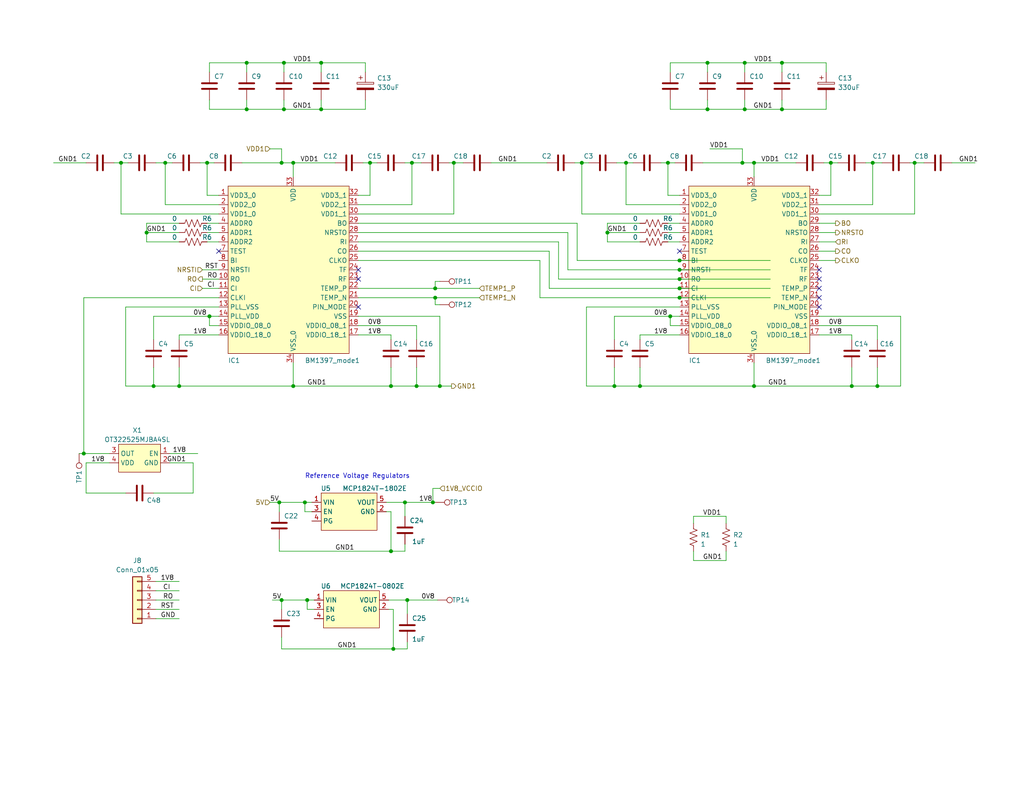
<source format=kicad_sch>
(kicad_sch (version 20230121) (generator eeschema)
  (paper "A")
  (lib_symbols
    (symbol "Connector:TestPoint" (pin_numbers hide) (pin_names (offset 0.762) hide)
      (property "Reference" "TP" (at 0 6.858 0))
      (property "Value" "TestPoint" (at 0 5.08 0))
      (symbol "TestPoint_0_1"
        (circle (center 0 3.302) (radius 0.762))
      )
      (symbol "TestPoint_1_1"
        (pin passive line (at 0 0 90) (length 2.54) (name "1") (number "1"))
      )
    )
    (symbol "Connector_Generic:Conn_01x05" (pin_names (offset 1.016) hide)
      (property "Reference" "J" (at 0 7.62 0))
      (property "Value" "Conn_01x05" (at 0 -7.62 0))
      (symbol "Conn_01x05_1_1"
        (rectangle (start -1.27 -4.953) (end 0 -5.207) (stroke (width 0.1524)))
        (rectangle (start -1.27 -2.413) (end 0 -2.667) (stroke (width 0.1524)))
        (rectangle (start -1.27 0.127) (end 0 -0.127) (stroke (width 0.1524)))
        (rectangle (start -1.27 2.667) (end 0 2.413) (stroke (width 0.1524)))
        (rectangle (start -1.27 5.207) (end 0 4.953) (stroke (width 0.1524)))
        (rectangle (start -1.27 6.35) (end 1.27 -6.35) (stroke (width 0.254)) (fill (type background)))
        (pin passive line (at -5.08 5.08 0) (length 3.81) (name "Pin_1") (number "1"))
        (pin passive line (at -5.08 2.54 0) (length 3.81) (name "Pin_2") (number "2"))
        (pin passive line (at -5.08 0 0) (length 3.81) (name "Pin_3") (number "3"))
        (pin passive line (at -5.08 -2.54 0) (length 3.81) (name "Pin_4") (number "4"))
        (pin passive line (at -5.08 -5.08 0) (length 3.81) (name "Pin_5") (number "5"))
      )
    )
    (symbol "Device:C" (pin_numbers hide) (pin_names (offset 0.254))
      (property "Reference" "C" (at 0.635 2.54 0))
      (property "Value" "C" (at 0.635 -2.54 0))
      (symbol "C_0_1"
        (polyline (pts (xy -2.032 -0.762) (xy 2.032 -0.762)) (stroke (width 0.508)))
        (polyline (pts (xy -2.032 0.762) (xy 2.032 0.762)) (stroke (width 0.508)))
      )
      (symbol "C_1_1"
        (pin passive line (at 0 3.81 270) (length 2.794) (name "~") (number "1"))
        (pin passive line (at 0 -3.81 90) (length 2.794) (name "~") (number "2"))
      )
    )
    (symbol "Device:C_Polarized" (pin_numbers hide) (pin_names (offset 0.254))
      (property "Reference" "C" (at 0.635 2.54 0))
      (property "Value" "C_Polarized" (at 0.635 -2.54 0))
      (symbol "C_Polarized_0_1"
        (rectangle (start -2.286 0.508) (end 2.286 1.016))
        (polyline (pts (xy -1.778 2.286) (xy -0.762 2.286)))
        (polyline (pts (xy -1.27 2.794) (xy -1.27 1.778)))
        (rectangle (start 2.286 -0.508) (end -2.286 -1.016) (fill (type outline)))
      )
      (symbol "C_Polarized_1_1"
        (pin passive line (at 0 3.81 270) (length 2.794) (name "~") (number "1"))
        (pin passive line (at 0 -3.81 90) (length 2.794) (name "~") (number "2"))
      )
    )
    (symbol "Device:R_US" (pin_numbers hide) (pin_names (offset 0))
      (property "Reference" "R" (at 2.54 0 90))
      (property "Value" "R_US" (at -2.54 0 90))
      (symbol "R_US_0_1"
        (polyline (pts (xy 0 -2.286) (xy 0 -2.54)))
        (polyline (pts (xy 0 2.286) (xy 0 2.54)))
        (polyline (pts (xy 0 -0.762) (xy 1.016 -1.143) (xy 0 -1.524) (xy -1.016 -1.905) (xy 0 -2.286)))
        (polyline (pts (xy 0 0.762) (xy 1.016 0.381) (xy 0 0) (xy -1.016 -0.381) (xy 0 -0.762)))
        (polyline (pts (xy 0 2.286) (xy 1.016 1.905) (xy 0 1.524) (xy -1.016 1.143) (xy 0 0.762)))
      )
      (symbol "R_US_1_1"
        (pin passive line (at 0 3.81 270) (length 1.27) (name "~") (number "1"))
        (pin passive line (at 0 -3.81 90) (length 1.27) (name "~") (number "2"))
      )
    )
    (symbol "MCP1824_1"
      (property "Reference" "U" (at -7.62 5.08 0))
      (property "Value" "MCP1824_1" (at 5.08 5.08 0))
      (symbol "MCP1824_1_0_1"
        (rectangle (start -7.62 3.81) (end 7.62 -6.35) (stroke (width 0.1524)) (fill (type background)))
      )
      (symbol "MCP1824_1_1_0"
        (pin bidirectional line (at -10.16 1.27 0) (length 2.54) (name "VIN") (number "1"))
        (pin bidirectional line (at 10.16 -1.27 180) (length 2.54) (name "GND") (number "2"))
        (pin bidirectional line (at -10.16 -1.27 0) (length 2.54) (name "EN") (number "3"))
        (pin bidirectional line (at -10.16 -3.81 0) (length 2.54) (name "PG") (number "4"))
        (pin bidirectional line (at 10.16 1.27 180) (length 2.54) (name "VOUT") (number "5"))
      )
    )
    (symbol "bitaxe:BM1397_mode1"
      (property "Reference" "IC" (at -17.78 17.78 0))
      (property "Value" "BM1397_mode1" (at -17.78 -30.48 0))
      (symbol "BM1397_mode1_1_0"
        (pin bidirectional line (at -20.32 15.24 0) (length 2.54) (name "VDD3_0") (number "1"))
        (pin bidirectional line (at -20.32 -7.62 0) (length 2.54) (name "RO") (number "10"))
        (pin bidirectional line (at -20.32 -10.16 0) (length 2.54) (name "CI") (number "11"))
        (pin bidirectional line (at -20.32 -12.7 0) (length 2.54) (name "CLKI") (number "12"))
        (pin bidirectional line (at -20.32 -15.24 0) (length 2.54) (name "PLL_VSS") (number "13"))
        (pin bidirectional line (at -20.32 -17.78 0) (length 2.54) (name "PLL_VDD") (number "14"))
        (pin bidirectional line (at -20.32 -20.32 0) (length 2.54) (name "VDDIO_08_0") (number "15"))
        (pin bidirectional line (at -20.32 -22.86 0) (length 2.54) (name "VDDIO_18_0") (number "16"))
        (pin bidirectional line (at 17.78 -22.86 180) (length 2.54) (name "VDDIO_18_1") (number "17"))
        (pin bidirectional line (at 17.78 -20.32 180) (length 2.54) (name "VDDIO_08_1") (number "18"))
        (pin bidirectional line (at 17.78 -17.78 180) (length 2.54) (name "VSS") (number "19"))
        (pin bidirectional line (at -20.32 12.7 0) (length 2.54) (name "VDD2_0") (number "2"))
        (pin bidirectional line (at 17.78 -15.24 180) (length 2.54) (name "PIN_MODE") (number "20"))
        (pin bidirectional line (at 17.78 -12.7 180) (length 2.54) (name "TEMP_N") (number "21"))
        (pin bidirectional line (at 17.78 -10.16 180) (length 2.54) (name "TEMP_P") (number "22"))
        (pin bidirectional line (at 17.78 -7.62 180) (length 2.54) (name "RF") (number "23"))
        (pin bidirectional line (at 17.78 -5.08 180) (length 2.54) (name "TF") (number "24"))
        (pin bidirectional line (at 17.78 -2.54 180) (length 2.54) (name "CLKO") (number "25"))
        (pin bidirectional line (at 17.78 0 180) (length 2.54) (name "CO") (number "26"))
        (pin bidirectional line (at 17.78 2.54 180) (length 2.54) (name "RI") (number "27"))
        (pin bidirectional line (at 17.78 5.08 180) (length 2.54) (name "NRSTO") (number "28"))
        (pin bidirectional line (at 17.78 7.62 180) (length 2.54) (name "BO") (number "29"))
        (pin bidirectional line (at -20.32 10.16 0) (length 2.54) (name "VDD1_0") (number "3"))
        (pin bidirectional line (at 17.78 10.16 180) (length 2.54) (name "VDD1_1") (number "30"))
        (pin bidirectional line (at 17.78 12.7 180) (length 2.54) (name "VDD2_1") (number "31"))
        (pin bidirectional line (at 17.78 15.24 180) (length 2.54) (name "VDD3_1") (number "32"))
        (pin bidirectional line (at 0 20.32 270) (length 2.54) (name "VDD") (number "33"))
        (pin bidirectional line (at 0 -30.48 90) (length 2.54) (name "VSS_0") (number "34"))
        (pin bidirectional line (at -20.32 7.62 0) (length 2.54) (name "ADDR0") (number "4"))
        (pin bidirectional line (at -20.32 5.08 0) (length 2.54) (name "ADDR1") (number "5"))
        (pin bidirectional line (at -20.32 2.54 0) (length 2.54) (name "ADDR2") (number "6"))
        (pin bidirectional line (at -20.32 0 0) (length 2.54) (name "TEST") (number "7"))
        (pin bidirectional line (at -20.32 -2.54 0) (length 2.54) (name "BI") (number "8"))
        (pin bidirectional line (at -20.32 -5.08 0) (length 2.54) (name "NRSTI") (number "9"))
      )
      (symbol "BM1397_mode1_1_1"
        (rectangle (start -17.78 17.78) (end 15.24 -27.94) (stroke (width 0.1524)) (fill (type background)))
      )
    )
    (symbol "bitaxe:MCP1824"
      (property "Reference" "U" (at -7.62 5.08 0))
      (property "Value" "MCP1824" (at 5.08 5.08 0))
      (symbol "MCP1824_0_1"
        (rectangle (start -7.62 3.81) (end 7.62 -6.35) (stroke (width 0.1524)) (fill (type background)))
      )
      (symbol "MCP1824_1_0"
        (pin bidirectional line (at -10.16 1.27 0) (length 2.54) (name "VIN") (number "1"))
        (pin bidirectional line (at 10.16 -1.27 180) (length 2.54) (name "GND") (number "2"))
        (pin bidirectional line (at -10.16 -1.27 0) (length 2.54) (name "EN") (number "3"))
        (pin bidirectional line (at -10.16 -3.81 0) (length 2.54) (name "PG") (number "4"))
        (pin bidirectional line (at 10.16 1.27 180) (length 2.54) (name "VOUT") (number "5"))
      )
    )
    (symbol "lcsc:OT322525MJBA4SL"
      (property "Reference" "X" (at -1.27 5.08 0))
      (property "Value" "OT322525MJBA4SL" (at 0 -6.35 0))
      (symbol "OT322525MJBA4SL_0_1"
        (rectangle (start -6.35 3.81) (end 5.08 -3.81) (fill (type background)))
        (pin unspecified line (at -8.89 1.27 0) (length 2.54) (name "EN") (number "1"))
        (pin unspecified line (at -8.89 -1.27 0) (length 2.54) (name "GND") (number "2"))
        (pin unspecified line (at 7.62 1.27 180) (length 2.54) (name "OUT") (number "3"))
        (pin unspecified line (at 7.62 -1.27 180) (length 2.54) (name "VDD") (number "4"))
      )
    )
  )
  (junction (at 76.835 44.45))
  (junction (at 193.04 29.845) (diameter 0.9144))
  (junction (at 76.2 137.16) (diameter 0.9144))
  (junction (at 205.74 105.41))
  (junction (at 165.735 63.5))
  (junction (at 41.91 105.41))
  (junction (at 113.665 105.41))
  (junction (at 123.825 44.45))
  (junction (at 170.815 44.45))
  (junction (at 76.835 163.83) (diameter 0.9144))
  (junction (at 185.42 78.74))
  (junction (at 118.745 81.28))
  (junction (at 48.895 105.41))
  (junction (at 106.68 150.495) (diameter 0.9144))
  (junction (at 158.75 44.45))
  (junction (at 238.125 44.45))
  (junction (at 120.015 105.41))
  (junction (at 185.42 76.2))
  (junction (at 57.15 86.36))
  (junction (at 40.005 63.5))
  (junction (at 87.63 17.145))
  (junction (at 203.2 17.145) (diameter 0.9144))
  (junction (at 45.085 44.45))
  (junction (at 118.745 78.74))
  (junction (at 56.515 44.45))
  (junction (at 87.63 29.845))
  (junction (at 33.02 44.45))
  (junction (at 213.36 29.845))
  (junction (at 185.42 73.66))
  (junction (at 100.965 44.45))
  (junction (at 83.82 163.83))
  (junction (at 118.11 137.16))
  (junction (at 167.64 105.41))
  (junction (at 249.555 44.45))
  (junction (at 80.01 44.45))
  (junction (at 67.31 29.845) (diameter 0.9144))
  (junction (at 83.185 137.16))
  (junction (at 205.74 44.45))
  (junction (at 111.125 163.83) (diameter 0.9144))
  (junction (at 239.395 105.41))
  (junction (at 110.49 137.16) (diameter 0.9144))
  (junction (at 193.04 17.145) (diameter 0.9144))
  (junction (at 185.42 71.12))
  (junction (at 182.245 44.45))
  (junction (at 67.31 17.145) (diameter 0.9144))
  (junction (at 185.42 81.28))
  (junction (at 106.68 105.41))
  (junction (at 107.315 177.165) (diameter 0.9144))
  (junction (at 232.41 105.41))
  (junction (at 202.565 44.45))
  (junction (at 22.86 123.825))
  (junction (at 80.01 105.41))
  (junction (at 203.2 29.845) (diameter 0.9144))
  (junction (at 77.47 29.845) (diameter 0.9144))
  (junction (at 174.625 105.41))
  (junction (at 213.36 17.145))
  (junction (at 226.695 44.45))
  (junction (at 112.395 44.45))
  (junction (at 77.47 17.145) (diameter 0.9144))
  (junction (at 182.88 86.36))
  (no_connect (at 223.52 78.74))
  (no_connect (at 223.52 73.66))
  (no_connect (at 185.42 68.58))
  (no_connect (at 97.79 76.2))
  (no_connect (at 59.69 68.58))
  (no_connect (at 97.79 83.82))
  (no_connect (at 223.52 83.82))
  (no_connect (at 223.52 81.28))
  (no_connect (at 97.79 73.66))
  (no_connect (at 223.52 76.2))
  (wire (pts (xy 77.47 19.685) (xy 77.47 17.145)))
  (wire (pts (xy 223.52 55.88) (xy 238.125 55.88)))
  (wire (pts (xy 76.2 147.32) (xy 76.2 150.495)))
  (wire (pts (xy 66.04 44.45) (xy 76.835 44.45)))
  (wire (pts (xy 157.48 71.12) (xy 157.48 60.96)))
  (wire (pts (xy 123.825 44.45) (xy 126.365 44.45)))
  (wire (pts (xy 22.86 81.28) (xy 59.69 81.28)))
  (wire (pts (xy 107.315 166.37) (xy 107.315 177.165)))
  (wire (pts (xy 22.86 123.825) (xy 21.59 123.825)))
  (wire (pts (xy 111.125 177.165) (xy 107.315 177.165)))
  (wire (pts (xy 249.555 44.45) (xy 252.095 44.45)))
  (wire (pts (xy 170.815 55.88) (xy 170.815 44.45)))
  (wire (pts (xy 223.52 71.12) (xy 227.965 71.12)))
  (wire (pts (xy 23.495 134.62) (xy 23.495 126.365)))
  (wire (pts (xy 83.185 137.16) (xy 85.09 137.16)))
  (wire (pts (xy 77.47 27.305) (xy 77.47 29.845)))
  (wire (pts (xy 182.245 63.5) (xy 185.42 63.5)))
  (wire (pts (xy 245.745 86.36) (xy 223.52 86.36)))
  (wire (pts (xy 91.44 44.45) (xy 80.01 44.45)))
  (wire (pts (xy 77.47 17.145) (xy 87.63 17.145)))
  (wire (pts (xy 174.625 105.41) (xy 205.74 105.41)))
  (wire (pts (xy 238.125 55.88) (xy 238.125 44.45)))
  (wire (pts (xy 118.745 76.835) (xy 118.745 78.74)))
  (wire (pts (xy 213.36 29.845) (xy 225.425 29.845)))
  (wire (pts (xy 41.91 100.33) (xy 41.91 105.41)))
  (wire (pts (xy 73.66 137.16) (xy 76.2 137.16)))
  (wire (pts (xy 23.495 126.365) (xy 29.845 126.365)))
  (wire (pts (xy 110.49 137.16) (xy 110.49 140.97)))
  (wire (pts (xy 189.23 142.875) (xy 189.23 140.97)))
  (wire (pts (xy 223.52 91.44) (xy 232.41 91.44)))
  (wire (pts (xy 223.52 68.58) (xy 227.965 68.58)))
  (wire (pts (xy 34.29 134.62) (xy 23.495 134.62)))
  (wire (pts (xy 105.41 137.16) (xy 110.49 137.16)))
  (wire (pts (xy 87.63 29.845) (xy 99.695 29.845)))
  (wire (pts (xy 107.315 177.165) (xy 76.835 177.165)))
  (wire (pts (xy 193.04 29.845) (xy 203.2 29.845)))
  (wire (pts (xy 223.52 88.9) (xy 239.395 88.9)))
  (wire (pts (xy 55.245 76.2) (xy 59.69 76.2)))
  (wire (pts (xy 238.125 44.45) (xy 240.665 44.45)))
  (wire (pts (xy 167.64 105.41) (xy 174.625 105.41)))
  (wire (pts (xy 232.41 91.44) (xy 232.41 92.71)))
  (wire (pts (xy 48.895 100.33) (xy 48.895 105.41)))
  (wire (pts (xy 80.01 105.41) (xy 80.01 99.06)))
  (wire (pts (xy 45.085 44.45) (xy 46.99 44.45)))
  (wire (pts (xy 160.02 105.41) (xy 167.64 105.41)))
  (wire (pts (xy 42.545 44.45) (xy 45.085 44.45)))
  (wire (pts (xy 97.79 63.5) (xy 154.94 63.5)))
  (wire (pts (xy 110.49 150.495) (xy 106.68 150.495)))
  (wire (pts (xy 182.245 44.45) (xy 184.15 44.45)))
  (wire (pts (xy 113.665 100.33) (xy 113.665 105.41)))
  (wire (pts (xy 185.42 76.2) (xy 210.185 76.2)))
  (wire (pts (xy 100.965 44.45) (xy 102.87 44.45)))
  (wire (pts (xy 54.61 44.45) (xy 56.515 44.45)))
  (wire (pts (xy 56.515 44.45) (xy 56.515 53.34)))
  (wire (pts (xy 97.79 58.42) (xy 123.825 58.42)))
  (wire (pts (xy 249.555 58.42) (xy 249.555 44.45)))
  (wire (pts (xy 118.745 81.28) (xy 130.81 81.28)))
  (wire (pts (xy 99.695 27.305) (xy 99.695 29.845)))
  (wire (pts (xy 147.32 81.28) (xy 185.42 81.28)))
  (wire (pts (xy 213.36 17.145) (xy 225.425 17.145)))
  (wire (pts (xy 152.4 76.2) (xy 185.42 76.2)))
  (wire (pts (xy 14.605 44.45) (xy 23.495 44.45)))
  (wire (pts (xy 112.395 44.45) (xy 114.935 44.45)))
  (wire (pts (xy 223.52 53.34) (xy 226.695 53.34)))
  (wire (pts (xy 83.185 139.7) (xy 83.185 137.16)))
  (wire (pts (xy 167.64 92.71) (xy 167.64 86.36)))
  (wire (pts (xy 149.86 78.74) (xy 185.42 78.74)))
  (wire (pts (xy 182.88 27.305) (xy 182.88 29.845)))
  (wire (pts (xy 120.015 133.35) (xy 118.11 133.35)))
  (wire (pts (xy 59.69 53.34) (xy 56.515 53.34)))
  (wire (pts (xy 160.02 83.82) (xy 160.02 105.41)))
  (wire (pts (xy 154.94 73.66) (xy 185.42 73.66)))
  (wire (pts (xy 185.42 73.66) (xy 210.185 73.66)))
  (wire (pts (xy 158.75 44.45) (xy 160.655 44.45)))
  (wire (pts (xy 83.82 166.37) (xy 85.725 166.37)))
  (wire (pts (xy 191.77 44.45) (xy 202.565 44.45)))
  (wire (pts (xy 213.36 27.305) (xy 213.36 29.845)))
  (wire (pts (xy 182.88 86.36) (xy 185.42 86.36)))
  (wire (pts (xy 42.545 168.91) (xy 48.895 168.91)))
  (wire (pts (xy 133.985 44.45) (xy 149.225 44.45)))
  (wire (pts (xy 83.185 139.7) (xy 85.09 139.7)))
  (wire (pts (xy 205.74 105.41) (xy 205.74 99.06)))
  (wire (pts (xy 87.63 27.305) (xy 87.63 29.845)))
  (wire (pts (xy 67.31 17.145) (xy 77.47 17.145)))
  (wire (pts (xy 110.49 44.45) (xy 112.395 44.45)))
  (wire (pts (xy 53.975 123.825) (xy 46.355 123.825)))
  (wire (pts (xy 67.31 27.305) (xy 67.31 29.845)))
  (wire (pts (xy 42.545 166.37) (xy 48.895 166.37)))
  (wire (pts (xy 110.49 148.59) (xy 110.49 150.495)))
  (wire (pts (xy 97.79 71.12) (xy 147.32 71.12)))
  (wire (pts (xy 40.005 63.5) (xy 40.005 66.04)))
  (wire (pts (xy 165.735 66.04) (xy 174.625 66.04)))
  (wire (pts (xy 120.015 105.41) (xy 120.015 86.36)))
  (wire (pts (xy 99.695 19.685) (xy 99.695 17.145)))
  (wire (pts (xy 112.395 55.88) (xy 112.395 44.45)))
  (wire (pts (xy 100.965 53.34) (xy 100.965 44.45)))
  (wire (pts (xy 180.34 44.45) (xy 182.245 44.45)))
  (wire (pts (xy 67.31 19.685) (xy 67.31 17.145)))
  (wire (pts (xy 113.665 88.9) (xy 113.665 92.71)))
  (wire (pts (xy 225.425 19.685) (xy 225.425 17.145)))
  (wire (pts (xy 40.005 66.04) (xy 48.895 66.04)))
  (wire (pts (xy 57.15 27.305) (xy 57.15 29.845)))
  (wire (pts (xy 174.625 60.96) (xy 165.735 60.96)))
  (wire (pts (xy 185.42 55.88) (xy 170.815 55.88)))
  (wire (pts (xy 45.085 55.88) (xy 45.085 44.45)))
  (wire (pts (xy 202.565 44.45) (xy 205.74 44.45)))
  (wire (pts (xy 118.745 83.185) (xy 118.745 81.28)))
  (wire (pts (xy 122.555 44.45) (xy 123.825 44.45)))
  (wire (pts (xy 152.4 76.2) (xy 152.4 66.04)))
  (wire (pts (xy 41.91 105.41) (xy 48.895 105.41)))
  (wire (pts (xy 198.12 150.495) (xy 198.12 153.035)))
  (wire (pts (xy 223.52 63.5) (xy 227.965 63.5)))
  (wire (pts (xy 83.82 166.37) (xy 83.82 163.83)))
  (wire (pts (xy 158.75 58.42) (xy 158.75 44.45)))
  (wire (pts (xy 48.895 92.71) (xy 48.895 91.44)))
  (wire (pts (xy 182.245 44.45) (xy 182.245 53.34)))
  (wire (pts (xy 182.245 60.96) (xy 185.42 60.96)))
  (wire (pts (xy 99.06 44.45) (xy 100.965 44.45)))
  (wire (pts (xy 97.79 55.88) (xy 112.395 55.88)))
  (wire (pts (xy 34.29 83.82) (xy 34.29 105.41)))
  (wire (pts (xy 48.895 105.41) (xy 80.01 105.41)))
  (wire (pts (xy 185.42 71.12) (xy 210.185 71.12)))
  (wire (pts (xy 67.31 29.845) (xy 57.15 29.845)))
  (wire (pts (xy 193.04 27.305) (xy 193.04 29.845)))
  (wire (pts (xy 239.395 100.33) (xy 239.395 105.41)))
  (wire (pts (xy 106.68 139.7) (xy 105.41 139.7)))
  (wire (pts (xy 55.245 78.74) (xy 59.69 78.74)))
  (wire (pts (xy 223.52 58.42) (xy 249.555 58.42)))
  (wire (pts (xy 185.42 78.74) (xy 210.185 78.74)))
  (wire (pts (xy 97.79 53.34) (xy 100.965 53.34)))
  (wire (pts (xy 40.005 63.5) (xy 48.895 63.5)))
  (wire (pts (xy 41.91 92.71) (xy 41.91 86.36)))
  (wire (pts (xy 56.515 63.5) (xy 59.69 63.5)))
  (wire (pts (xy 203.2 19.685) (xy 203.2 17.145)))
  (wire (pts (xy 189.23 153.035) (xy 189.23 150.495)))
  (wire (pts (xy 193.675 40.64) (xy 202.565 40.64)))
  (wire (pts (xy 223.52 66.04) (xy 227.965 66.04)))
  (wire (pts (xy 52.705 126.365) (xy 52.705 134.62)))
  (wire (pts (xy 97.79 60.96) (xy 157.48 60.96)))
  (wire (pts (xy 182.88 17.145) (xy 193.04 17.145)))
  (wire (pts (xy 203.2 17.145) (xy 213.36 17.145)))
  (wire (pts (xy 154.94 63.5) (xy 154.94 73.66)))
  (wire (pts (xy 170.815 44.45) (xy 172.72 44.45)))
  (wire (pts (xy 87.63 29.845) (xy 77.47 29.845)))
  (wire (pts (xy 42.545 158.75) (xy 48.895 158.75)))
  (wire (pts (xy 76.2 137.16) (xy 83.185 137.16)))
  (wire (pts (xy 76.2 137.16) (xy 76.2 139.7)))
  (wire (pts (xy 198.12 140.97) (xy 198.12 142.875)))
  (wire (pts (xy 87.63 19.685) (xy 87.63 17.145)))
  (wire (pts (xy 73.66 40.64) (xy 76.835 40.64)))
  (wire (pts (xy 185.42 88.9) (xy 182.88 88.9)))
  (wire (pts (xy 33.02 44.45) (xy 34.925 44.45)))
  (wire (pts (xy 232.41 100.33) (xy 232.41 105.41)))
  (wire (pts (xy 165.735 63.5) (xy 165.735 66.04)))
  (wire (pts (xy 48.895 60.96) (xy 40.005 60.96)))
  (wire (pts (xy 46.355 126.365) (xy 52.705 126.365)))
  (wire (pts (xy 57.15 86.36) (xy 59.69 86.36)))
  (wire (pts (xy 97.79 78.74) (xy 118.745 78.74)))
  (wire (pts (xy 198.12 153.035) (xy 189.23 153.035)))
  (wire (pts (xy 123.825 58.42) (xy 123.825 44.45)))
  (wire (pts (xy 182.88 19.685) (xy 182.88 17.145)))
  (wire (pts (xy 56.515 44.45) (xy 58.42 44.45)))
  (wire (pts (xy 106.68 139.7) (xy 106.68 150.495)))
  (wire (pts (xy 239.395 105.41) (xy 245.745 105.41)))
  (wire (pts (xy 174.625 92.71) (xy 174.625 91.44)))
  (wire (pts (xy 29.845 123.825) (xy 22.86 123.825)))
  (wire (pts (xy 193.04 19.685) (xy 193.04 17.145)))
  (wire (pts (xy 174.625 100.33) (xy 174.625 105.41)))
  (wire (pts (xy 110.49 137.16) (xy 118.11 137.16)))
  (wire (pts (xy 168.275 44.45) (xy 170.815 44.45)))
  (wire (pts (xy 213.36 19.685) (xy 213.36 17.145)))
  (wire (pts (xy 185.42 81.28) (xy 210.185 81.28)))
  (wire (pts (xy 149.86 68.58) (xy 149.86 78.74)))
  (wire (pts (xy 76.835 163.83) (xy 76.835 166.37)))
  (wire (pts (xy 34.29 83.82) (xy 59.69 83.82)))
  (wire (pts (xy 80.01 105.41) (xy 106.68 105.41)))
  (wire (pts (xy 147.32 81.28) (xy 147.32 71.12)))
  (wire (pts (xy 48.895 91.44) (xy 59.69 91.44)))
  (wire (pts (xy 41.91 86.36) (xy 57.15 86.36)))
  (wire (pts (xy 57.15 19.685) (xy 57.15 17.145)))
  (wire (pts (xy 76.835 44.45) (xy 80.01 44.45)))
  (wire (pts (xy 34.29 105.41) (xy 41.91 105.41)))
  (wire (pts (xy 120.015 83.185) (xy 118.745 83.185)))
  (wire (pts (xy 193.04 17.145) (xy 203.2 17.145)))
  (wire (pts (xy 59.69 55.88) (xy 45.085 55.88)))
  (wire (pts (xy 57.15 88.9) (xy 57.15 86.36)))
  (wire (pts (xy 224.79 44.45) (xy 226.695 44.45)))
  (wire (pts (xy 56.515 66.04) (xy 59.69 66.04)))
  (wire (pts (xy 236.22 44.45) (xy 238.125 44.45)))
  (wire (pts (xy 52.705 134.62) (xy 41.91 134.62)))
  (wire (pts (xy 232.41 105.41) (xy 239.395 105.41)))
  (wire (pts (xy 118.745 78.74) (xy 130.81 78.74)))
  (wire (pts (xy 157.48 71.12) (xy 185.42 71.12)))
  (wire (pts (xy 59.69 88.9) (xy 57.15 88.9)))
  (wire (pts (xy 165.735 63.5) (xy 174.625 63.5)))
  (wire (pts (xy 205.74 44.45) (xy 205.74 48.26)))
  (wire (pts (xy 217.17 44.45) (xy 205.74 44.45)))
  (wire (pts (xy 106.68 91.44) (xy 106.68 92.71)))
  (wire (pts (xy 67.31 29.845) (xy 77.47 29.845)))
  (wire (pts (xy 76.2 150.495) (xy 106.68 150.495)))
  (wire (pts (xy 185.42 58.42) (xy 158.75 58.42)))
  (wire (pts (xy 74.295 163.83) (xy 76.835 163.83)))
  (wire (pts (xy 193.04 29.845) (xy 182.88 29.845)))
  (wire (pts (xy 213.36 29.845) (xy 203.2 29.845)))
  (wire (pts (xy 182.88 88.9) (xy 182.88 86.36)))
  (wire (pts (xy 248.285 44.45) (xy 249.555 44.45)))
  (wire (pts (xy 111.125 163.83) (xy 119.38 163.83)))
  (wire (pts (xy 106.68 105.41) (xy 113.665 105.41)))
  (wire (pts (xy 97.79 88.9) (xy 113.665 88.9)))
  (wire (pts (xy 59.69 58.42) (xy 33.02 58.42)))
  (wire (pts (xy 22.86 81.28) (xy 22.86 123.825)))
  (wire (pts (xy 80.01 44.45) (xy 80.01 48.26)))
  (wire (pts (xy 167.64 100.33) (xy 167.64 105.41)))
  (wire (pts (xy 120.015 76.835) (xy 118.745 76.835)))
  (wire (pts (xy 174.625 91.44) (xy 185.42 91.44)))
  (wire (pts (xy 226.695 53.34) (xy 226.695 44.45)))
  (wire (pts (xy 203.2 27.305) (xy 203.2 29.845)))
  (wire (pts (xy 76.835 173.99) (xy 76.835 177.165)))
  (wire (pts (xy 83.82 163.83) (xy 85.725 163.83)))
  (wire (pts (xy 118.11 137.16) (xy 118.745 137.16)))
  (wire (pts (xy 111.125 163.83) (xy 111.125 167.64)))
  (wire (pts (xy 118.11 133.35) (xy 118.11 137.16)))
  (wire (pts (xy 97.79 81.28) (xy 118.745 81.28)))
  (wire (pts (xy 205.74 105.41) (xy 232.41 105.41)))
  (wire (pts (xy 160.02 83.82) (xy 185.42 83.82)))
  (wire (pts (xy 55.245 73.66) (xy 59.69 73.66)))
  (wire (pts (xy 56.515 60.96) (xy 59.69 60.96)))
  (wire (pts (xy 97.79 91.44) (xy 106.68 91.44)))
  (wire (pts (xy 113.665 105.41) (xy 120.015 105.41)))
  (wire (pts (xy 107.315 166.37) (xy 106.045 166.37)))
  (wire (pts (xy 120.015 105.41) (xy 123.19 105.41)))
  (wire (pts (xy 259.715 44.45) (xy 266.065 44.45)))
  (wire (pts (xy 106.68 100.33) (xy 106.68 105.41)))
  (wire (pts (xy 87.63 17.145) (xy 99.695 17.145)))
  (wire (pts (xy 202.565 40.64) (xy 202.565 44.45)))
  (wire (pts (xy 156.845 44.45) (xy 158.75 44.45)))
  (wire (pts (xy 57.15 17.145) (xy 67.31 17.145)))
  (wire (pts (xy 42.545 163.83) (xy 48.895 163.83)))
  (wire (pts (xy 111.125 175.26) (xy 111.125 177.165)))
  (wire (pts (xy 165.735 60.96) (xy 165.735 63.5)))
  (wire (pts (xy 31.115 44.45) (xy 33.02 44.45)))
  (wire (pts (xy 245.745 105.41) (xy 245.745 86.36)))
  (wire (pts (xy 185.42 53.34) (xy 182.245 53.34)))
  (wire (pts (xy 226.695 44.45) (xy 228.6 44.45)))
  (wire (pts (xy 42.545 161.29) (xy 48.895 161.29)))
  (wire (pts (xy 239.395 88.9) (xy 239.395 92.71)))
  (wire (pts (xy 120.015 86.36) (xy 97.79 86.36)))
  (wire (pts (xy 76.835 163.83) (xy 83.82 163.83)))
  (wire (pts (xy 167.64 86.36) (xy 182.88 86.36)))
  (wire (pts (xy 97.79 66.04) (xy 152.4 66.04)))
  (wire (pts (xy 33.02 58.42) (xy 33.02 44.45)))
  (wire (pts (xy 97.79 68.58) (xy 149.86 68.58)))
  (wire (pts (xy 40.005 60.96) (xy 40.005 63.5)))
  (wire (pts (xy 189.23 140.97) (xy 198.12 140.97)))
  (wire (pts (xy 223.52 60.96) (xy 227.965 60.96)))
  (wire (pts (xy 76.835 40.64) (xy 76.835 44.45)))
  (wire (pts (xy 106.045 163.83) (xy 111.125 163.83)))
  (wire (pts (xy 225.425 27.305) (xy 225.425 29.845)))
  (wire (pts (xy 182.245 66.04) (xy 185.42 66.04)))
  (text "Reference Voltage Regulators" (at 83.185 130.81 0) (effects (font (size 1.27 1.27)) (justify left bottom)))
  (label "CI" (at 44.45 161.29 0))
  (label "1V8" (at 178.435 91.44 0))
  (label "0V8" (at 226.06 88.9 0))
  (label "0V8" (at 52.705 86.36 0))
  (label "CI" (at 56.515 78.74 0))
  (label "RST" (at 55.88 73.66 0))
  (label "1V8" (at 114.3 137.16 0))
  (label "GND" (at 43.815 168.91 0))
  (label "VDD1" (at 80.01 17.145 0))
  (label "0V8" (at 100.33 88.9 0))
  (label "1V8" (at 226.06 91.44 0))
  (label "GND1" (at 165.735 63.5 0))
  (label "RST" (at 43.815 166.37 0))
  (label "RO" (at 44.45 163.83 0))
  (label "VDD1" (at 207.645 44.45 0))
  (label "GND1" (at 91.44 150.495 0))
  (label "GND1" (at 92.075 177.165 0))
  (label "1V8" (at 100.33 91.44 0))
  (label "1V8" (at 43.815 158.75 0))
  (label "GND1" (at 191.77 153.035 0))
  (label "0V8" (at 178.435 86.36 0))
  (label "VDD1" (at 191.77 140.97 0))
  (label "5V" (at 74.295 163.83 0))
  (label "GND1" (at 40.005 63.5 0))
  (label "GND1" (at 15.875 44.45 0))
  (label "GND1" (at 85.09 29.845 180))
  (label "VDD1" (at 193.675 40.64 0))
  (label "1V8" (at 52.705 91.44 0))
  (label "GND1" (at 261.62 44.45 0))
  (label "GND1" (at 209.55 105.41 0))
  (label "GND1" (at 83.82 105.41 0))
  (label "1V8" (at 50.8 123.825 180))
  (label "VDD1" (at 81.915 44.45 0))
  (label "RO" (at 56.515 76.2 0))
  (label "GND1" (at 50.8 126.365 180))
  (label "5V" (at 73.66 137.16 0))
  (label "0V8" (at 114.935 163.83 0))
  (label "GND1" (at 210.82 29.845 180))
  (label "1V8" (at 28.575 126.365 180))
  (label "GND1" (at 135.89 44.45 0))
  (label "VDD1" (at 205.74 17.145 0))
  (hierarchical_label "RO" (shape output) (at 55.245 76.2 180))
  (hierarchical_label "1V8_VCCIO" (shape input) (at 120.015 133.35 0))
  (hierarchical_label "5V" (shape input) (at 73.66 137.16 180))
  (hierarchical_label "VDD1" (shape input) (at 73.66 40.64 180))
  (hierarchical_label "CI" (shape input) (at 55.245 78.74 180))
  (hierarchical_label "CO" (shape output) (at 227.965 68.58 0))
  (hierarchical_label "NRSTO" (shape output) (at 227.965 63.5 0))
  (hierarchical_label "GND1" (shape output) (at 123.19 105.41 0))
  (hierarchical_label "NRSTI" (shape input) (at 55.245 73.66 180))
  (hierarchical_label "TEMP1_P" (shape input) (at 130.81 78.74 0))
  (hierarchical_label "BO" (shape output) (at 227.965 60.96 0))
  (hierarchical_label "RI" (shape input) (at 227.965 66.04 0))
  (hierarchical_label "TEMP1_N" (shape input) (at 130.81 81.28 0))
  (hierarchical_label "CLKO" (shape output) (at 227.965 71.12 0))
  (symbol (lib_id "Device:C_Polarized") (at 225.425 23.495 0) (unit 1)
    (property "Reference" "C13" (at 228.6 21.3359 0) (effects (justify left)))
    (property "Value" "330uF" (at 228.6 23.8759 0) (effects (justify left)))
    (property "Footprint" "Capacitor_Tantalum_SMD:CP_EIA-7343-31_Kemet-D_Pad2.25x2.55mm_HandSolder" (effects hide))
    (property "DK" "718-1028-1-ND" (effects hide))
    (property "PARTNO" "293D337X9010E2TE3" (effects hide))
  )
  (symbol (lib_id "Device:C") (at 95.25 44.45 90) (unit 1)
    (property "Reference" "C12" (at 92.075 41.91 90) (effects (justify left bottom)))
    (property "Value" "1uF" (at 93.98 45.085 90) (effects (justify left bottom)))
    (property "Footprint" "Capacitor_SMD:C_0402_1005Metric" (effects hide))
    (property "Value" "587-5514-1-ND" (effects hide))
    (property "DK" "587-5514-1-ND" (effects hide))
    (property "PARTNO" "EMK105BJ105MV-F" (effects hide))
  )
  (symbol (lib_id "Device:C") (at 118.745 44.45 90) (unit 1)
    (property "Reference" "C17" (at 116.205 41.91 90) (effects (justify left bottom)))
    (property "Value" "1uF" (at 117.475 45.085 90) (effects (justify left bottom)))
    (property "Footprint" "Capacitor_SMD:C_0402_1005Metric" (effects hide))
    (property "Value" "587-5514-1-ND" (effects hide))
    (property "DK" "587-5514-1-ND" (effects hide))
    (property "PARTNO" "EMK105BJ105MV-F" (effects hide))
  )
  (symbol (lib_id "Device:C") (at 174.625 96.52 0) (unit 1)
    (property "Reference" "C5" (at 175.895 94.615 0) (effects (justify left bottom)))
    (property "Value" "1uF" (at 175.895 100.33 0) (effects (justify left bottom)))
    (property "Footprint" "Capacitor_SMD:C_0402_1005Metric" (effects hide))
    (property "Value" "587-5514-1-ND" (effects hide))
    (property "DK" "587-5514-1-ND" (effects hide))
    (property "PARTNO" "EMK105BJ105MV-F" (effects hide))
  )
  (symbol (lib_id "Device:C") (at 244.475 44.45 90) (unit 1)
    (property "Reference" "C17" (at 241.935 41.91 90) (effects (justify left bottom)))
    (property "Value" "1uF" (at 243.205 45.085 90) (effects (justify left bottom)))
    (property "Footprint" "Capacitor_SMD:C_0402_1005Metric" (effects hide))
    (property "Value" "587-5514-1-ND" (effects hide))
    (property "DK" "587-5514-1-ND" (effects hide))
    (property "PARTNO" "EMK105BJ105MV-F" (effects hide))
  )
  (symbol (lib_id "lcsc:OT322525MJBA4SL") (at 37.465 125.095 0) (mirror y) (unit 1)
    (property "Reference" "X1" (at 37.465 117.475 0))
    (property "Value" "OT322525MJBA4SL" (at 37.465 120.015 0))
    (property "Footprint" "lcsc:OSC-SMD_4P-L3.2-W2.5-BL" (effects hide))
    (property "Datasheet" "https://lcsc.com/product-detail/SMD-Oscillators-XO_Yangxing-Tech-OT322525MJBA4SL_C669088.html" (effects hide))
    (property "Manufacturer" "YXC(扬兴晶振)" (effects hide))
    (property "LCSC Part" "C669088" (effects hide))
    (property "JLC Part" "Extended Part" (effects hide))
  )
  (symbol (lib_id "bitaxe:BM1397_mode1") (at 80.01 68.58 0) (unit 1)
    (property "Reference" "IC1" (at 62.23 98.425 0) (effects (justify left)))
    (property "Value" "BM1397_mode1" (at 83.185 98.425 0) (effects (justify left)))
    (property "Footprint" "bitaxe:BM1397" (effects hide))
    (property "DNP" "T" (effects hide))
  )
  (symbol (lib_id "Device:C") (at 110.49 144.78 0) (unit 1)
    (property "Reference" "C24" (at 111.76 142.875 0) (effects (justify left bottom)))
    (property "Value" "1uF" (at 112.395 148.59 0) (effects (justify left bottom)))
    (property "Footprint" "Capacitor_SMD:C_0402_1005Metric" (effects hide))
    (property "DK" "587-5514-1-ND" (effects hide))
    (property "PARTNO" "EMK105BJ105MV-F" (effects hide))
  )
  (symbol (lib_id "Device:C") (at 111.125 171.45 0) (unit 1)
    (property "Reference" "C25" (at 112.395 169.545 0) (effects (justify left bottom)))
    (property "Value" "1uF" (at 112.395 175.26 0) (effects (justify left bottom)))
    (property "Footprint" "Capacitor_SMD:C_0402_1005Metric" (effects hide))
    (property "DK" "587-5514-1-ND" (effects hide))
    (property "PARTNO" "EMK105BJ105MV-F" (effects hide))
  )
  (symbol (lib_name "MCP1824_1") (lib_id "bitaxe:MCP1824") (at 95.885 165.1 0) (unit 1)
    (property "Reference" "U6" (at 88.9 160.02 0))
    (property "Value" "MCP1824T-0802E" (at 101.6 160.02 0))
    (property "Footprint" "Package_TO_SOT_SMD:SOT-23-5" (effects hide))
    (property "Datasheet" "https://ww1.microchip.com/downloads/en/DeviceDoc/22070a.pdf" (effects hide))
    (property "PARTNO" "MCP1824T-0802E/OT" (effects hide))
    (property "DK" "MCP1824T-0802E/OTCT-ND" (effects hide))
  )
  (symbol (lib_id "Device:C") (at 62.23 44.45 90) (unit 1)
    (property "Reference" "C8" (at 59.69 41.91 90) (effects (justify left bottom)))
    (property "Value" "1uF" (at 60.96 45.085 90) (effects (justify left bottom)))
    (property "Footprint" "Capacitor_SMD:C_0402_1005Metric" (effects hide))
    (property "Value" "587-5514-1-ND" (effects hide))
    (property "DK" "587-5514-1-ND" (effects hide))
    (property "PARTNO" "EMK105BJ105MV-F" (effects hide))
  )
  (symbol (lib_id "Device:C") (at 176.53 44.45 90) (unit 1)
    (property "Reference" "C6" (at 173.99 41.91 90) (effects (justify left bottom)))
    (property "Value" "1uF" (at 175.26 45.085 90) (effects (justify left bottom)))
    (property "Footprint" "Capacitor_SMD:C_0402_1005Metric" (effects hide))
    (property "Value" "587-5514-1-ND" (effects hide))
    (property "DK" "587-5514-1-ND" (effects hide))
    (property "PARTNO" "EMK105BJ105MV-F" (effects hide))
  )
  (symbol (lib_id "Device:C_Polarized") (at 99.695 23.495 0) (unit 1)
    (property "Reference" "C13" (at 102.87 21.3359 0) (effects (justify left)))
    (property "Value" "330uF" (at 102.87 23.8759 0) (effects (justify left)))
    (property "Footprint" "Capacitor_Tantalum_SMD:CP_EIA-7343-31_Kemet-D_Pad2.25x2.55mm_HandSolder" (effects hide))
    (property "DK" "718-1028-1-ND" (effects hide))
    (property "PARTNO" "293D337X9010E2TE3" (effects hide))
  )
  (symbol (lib_id "Device:C") (at 41.91 96.52 0) (unit 1)
    (property "Reference" "C4" (at 43.18 94.615 0) (effects (justify left bottom)))
    (property "Value" "1uF" (at 43.18 100.33 0) (effects (justify left bottom)))
    (property "Footprint" "Capacitor_SMD:C_0402_1005Metric" (effects hide))
    (property "Value" "587-5514-1-ND" (effects hide))
    (property "DK" "587-5514-1-ND" (effects hide))
    (property "PARTNO" "EMK105BJ105MV-F" (effects hide))
  )
  (symbol (lib_id "Connector:TestPoint") (at 120.015 76.835 270) (mirror x) (unit 1)
    (property "Reference" "TP11" (at 126.365 76.835 90))
    (property "Value" "TestPoint" (effects hide))
    (property "Footprint" "TestPoint:TestPoint_Pad_D1.5mm" (effects hide))
    (property "DNP" "T" (effects hide))
  )
  (symbol (lib_id "Device:C") (at 76.2 143.51 0) (unit 1)
    (property "Reference" "C22" (at 77.47 141.605 0) (effects (justify left bottom)))
    (property "Value" "0.1uF" (at 77.47 147.32 0) (effects (justify left bottom)))
    (property "Footprint" "Capacitor_SMD:C_0402_1005Metric" (effects hide))
    (property "Value" "311-3342-1-ND" (effects hide))
    (property "DK" "1292-1639-1-ND" (effects hide))
    (property "PARTNO" "0402X104K100CT" (effects hide))
  )
  (symbol (lib_id "Device:R_US") (at 189.23 146.685 0) (unit 1)
    (property "Reference" "R1" (at 191.135 146.05 0) (effects (justify left)))
    (property "Value" "1" (at 191.135 148.59 0) (effects (justify left)))
    (property "Footprint" "Resistor_SMD:R_2512_6332Metric" (effects hide))
    (instances (project "bitaxeHex" (path "" (reference "R1") (unit 1)) (path "" (reference "R19") (unit 1))))
  )
  (symbol (lib_id "Device:C") (at 239.395 96.52 0) (unit 1)
    (property "Reference" "C16" (at 240.03 94.615 0) (effects (justify left bottom)))
    (property "Value" "1uF" (at 240.665 100.33 0) (effects (justify left bottom)))
    (property "Footprint" "Capacitor_SMD:C_0402_1005Metric" (effects hide))
    (property "Value" "587-5514-1-ND" (effects hide))
    (property "DK" "587-5514-1-ND" (effects hide))
    (property "PARTNO" "EMK105BJ105MV-F" (effects hide))
  )
  (symbol (lib_id "Connector:TestPoint") (at 119.38 163.83 270) (mirror x) (unit 1) (in_bom no)
    (property "Reference" "TP14" (at 125.73 163.83 90))
    (property "Value" "TestPoint" (effects hide))
    (property "Footprint" "TestPoint:TestPoint_Pad_D1.5mm" (effects hide))
  )
  (symbol (lib_id "Connector:TestPoint") (at 21.59 123.825 180) (unit 1)
    (property "Reference" "TP1" (at 21.59 130.175 90))
    (property "Value" "TestPoint" (effects hide))
    (property "Footprint" "TestPoint:TestPoint_Pad_D1.5mm" (effects hide))
    (property "DNP" "T" (effects hide))
  )
  (symbol (lib_id "Device:C") (at 38.735 44.45 90) (unit 1)
    (property "Reference" "C3" (at 36.195 41.91 90) (effects (justify left bottom)))
    (property "Value" "1uF" (at 37.465 45.085 90) (effects (justify left bottom)))
    (property "Footprint" "Capacitor_SMD:C_0402_1005Metric" (effects hide))
    (property "Value" "587-5514-1-ND" (effects hide))
    (property "DK" "587-5514-1-ND" (effects hide))
    (property "PARTNO" "EMK105BJ105MV-F" (effects hide))
  )
  (symbol (lib_id "Device:C") (at 220.98 44.45 90) (unit 1)
    (property "Reference" "C12" (at 217.805 41.91 90) (effects (justify left bottom)))
    (property "Value" "1uF" (at 219.71 45.085 90) (effects (justify left bottom)))
    (property "Footprint" "Capacitor_SMD:C_0402_1005Metric" (effects hide))
    (property "Value" "587-5514-1-ND" (effects hide))
    (property "DK" "587-5514-1-ND" (effects hide))
    (property "PARTNO" "EMK105BJ105MV-F" (effects hide))
  )
  (symbol (lib_id "Device:C") (at 255.905 44.45 90) (unit 1)
    (property "Reference" "C18" (at 253.365 41.91 90) (effects (justify left bottom)))
    (property "Value" "1uF" (at 254.635 45.085 90) (effects (justify left bottom)))
    (property "Footprint" "Capacitor_SMD:C_0402_1005Metric" (effects hide))
    (property "Value" "587-5514-1-ND" (effects hide))
    (property "DK" "587-5514-1-ND" (effects hide))
    (property "PARTNO" "EMK105BJ105MV-F" (effects hide))
  )
  (symbol (lib_id "bitaxe:BM1397_mode1") (at 205.74 68.58 0) (unit 1)
    (property "Reference" "IC1" (at 187.96 98.425 0) (effects (justify left)))
    (property "Value" "BM1397_mode1" (at 208.915 98.425 0) (effects (justify left)))
    (property "Footprint" "bitaxe:BM1397" (effects hide))
    (property "DNP" "T" (effects hide))
  )
  (symbol (lib_id "Device:C") (at 213.36 23.495 0) (unit 1)
    (property "Reference" "C11" (at 214.63 21.59 0) (effects (justify left bottom)))
    (property "Value" "1uF" (at 214.63 26.67 0) (effects (justify left bottom)))
    (property "Footprint" "Capacitor_SMD:C_0402_1005Metric" (effects hide))
    (property "Value" "587-5514-1-ND" (effects hide))
    (property "DK" "587-5514-1-ND" (effects hide))
    (property "PARTNO" "EMK105BJ105MV-F" (effects hide))
  )
  (symbol (lib_id "Device:C") (at 38.1 134.62 270) (mirror x) (unit 1)
    (property "Reference" "C48" (at 40.005 135.89 90) (effects (justify left bottom)))
    (property "Value" "0.1uF" (at 31.115 135.89 90) (effects (justify left bottom)))
    (property "Footprint" "Capacitor_SMD:C_0402_1005Metric" (effects hide))
    (property "Value" "311-3342-1-ND" (effects hide))
    (property "DK" "1292-1639-1-ND" (effects hide))
    (property "PARTNO" "0402X104K100CT" (effects hide))
  )
  (symbol (lib_id "Device:C") (at 106.68 44.45 90) (unit 1)
    (property "Reference" "C15" (at 104.14 41.91 90) (effects (justify left bottom)))
    (property "Value" "1uF" (at 105.41 45.085 90) (effects (justify left bottom)))
    (property "Footprint" "Capacitor_SMD:C_0402_1005Metric" (effects hide))
    (property "Value" "587-5514-1-ND" (effects hide))
    (property "DK" "587-5514-1-ND" (effects hide))
    (property "PARTNO" "EMK105BJ105MV-F" (effects hide))
  )
  (symbol (lib_id "Device:C") (at 77.47 23.495 0) (unit 1)
    (property "Reference" "C10" (at 78.74 21.59 0) (effects (justify left bottom)))
    (property "Value" "1uF" (at 78.74 26.67 0) (effects (justify left bottom)))
    (property "Footprint" "Capacitor_SMD:C_0402_1005Metric" (effects hide))
    (property "Value" "587-5514-1-ND" (effects hide))
    (property "DK" "587-5514-1-ND" (effects hide))
    (property "PARTNO" "EMK105BJ105MV-F" (effects hide))
  )
  (symbol (lib_id "Device:R_US") (at 178.435 66.04 90) (unit 1)
    (property "Reference" "R6" (at 182.245 64.77 90))
    (property "Value" "0" (at 173.355 64.77 90))
    (property "Footprint" "Resistor_SMD:R_0402_1005Metric" (effects hide))
  )
  (symbol (lib_id "Device:R_US") (at 178.435 60.96 90) (unit 1)
    (property "Reference" "R6" (at 182.245 59.69 90))
    (property "Value" "0" (at 173.355 59.69 90))
    (property "Footprint" "Resistor_SMD:R_0402_1005Metric" (effects hide))
  )
  (symbol (lib_id "Device:R_US") (at 52.705 66.04 90) (unit 1)
    (property "Reference" "R6" (at 56.515 64.77 90))
    (property "Value" "0" (at 47.625 64.77 90))
    (property "Footprint" "Resistor_SMD:R_0402_1005Metric" (effects hide))
  )
  (symbol (lib_id "Device:C") (at 27.305 44.45 90) (unit 1)
    (property "Reference" "C2" (at 24.765 41.91 90) (effects (justify left bottom)))
    (property "Value" "1uF" (at 26.035 45.085 90) (effects (justify left bottom)))
    (property "Footprint" "Capacitor_SMD:C_0402_1005Metric" (effects hide))
    (property "Value" "587-5514-1-ND" (effects hide))
    (property "DK" "587-5514-1-ND" (effects hide))
    (property "PARTNO" "EMK105BJ105MV-F" (effects hide))
  )
  (symbol (lib_id "Device:C") (at 193.04 23.495 0) (unit 1)
    (property "Reference" "C9" (at 194.31 21.59 0) (effects (justify left bottom)))
    (property "Value" "0.1uF" (at 194.31 26.67 0) (effects (justify left bottom)))
    (property "Footprint" "Capacitor_SMD:C_0402_1005Metric" (effects hide))
    (property "Value" "311-3342-1-ND" (effects hide))
    (property "DK" "1292-1639-1-ND" (effects hide))
    (property "PARTNO" "0402X104K100CT" (effects hide))
  )
  (symbol (lib_id "Device:R_US") (at 52.705 60.96 90) (unit 1)
    (property "Reference" "R6" (at 56.515 59.69 90))
    (property "Value" "0" (at 47.625 59.69 90))
    (property "Footprint" "Resistor_SMD:R_0402_1005Metric" (effects hide))
  )
  (symbol (lib_id "Device:C") (at 106.68 96.52 0) (unit 1)
    (property "Reference" "C14" (at 107.315 94.615 0) (effects (justify left bottom)))
    (property "Value" "1uF" (at 107.315 100.33 0) (effects (justify left bottom)))
    (property "Footprint" "Capacitor_SMD:C_0402_1005Metric" (effects hide))
    (property "Value" "587-5514-1-ND" (effects hide))
    (property "DK" "587-5514-1-ND" (effects hide))
    (property "PARTNO" "EMK105BJ105MV-F" (effects hide))
  )
  (symbol (lib_id "Device:C") (at 187.96 44.45 90) (unit 1)
    (property "Reference" "C8" (at 185.42 41.91 90) (effects (justify left bottom)))
    (property "Value" "1uF" (at 186.69 45.085 90) (effects (justify left bottom)))
    (property "Footprint" "Capacitor_SMD:C_0402_1005Metric" (effects hide))
    (property "Value" "587-5514-1-ND" (effects hide))
    (property "DK" "587-5514-1-ND" (effects hide))
    (property "PARTNO" "EMK105BJ105MV-F" (effects hide))
  )
  (symbol (lib_id "Device:C") (at 153.035 44.45 90) (unit 1)
    (property "Reference" "C2" (at 150.495 41.91 90) (effects (justify left bottom)))
    (property "Value" "1uF" (at 151.765 45.085 90) (effects (justify left bottom)))
    (property "Footprint" "Capacitor_SMD:C_0402_1005Metric" (effects hide))
    (property "Value" "587-5514-1-ND" (effects hide))
    (property "DK" "587-5514-1-ND" (effects hide))
    (property "PARTNO" "EMK105BJ105MV-F" (effects hide))
  )
  (symbol (lib_id "Device:C") (at 48.895 96.52 0) (unit 1)
    (property "Reference" "C5" (at 50.165 94.615 0) (effects (justify left bottom)))
    (property "Value" "1uF" (at 50.165 100.33 0) (effects (justify left bottom)))
    (property "Footprint" "Capacitor_SMD:C_0402_1005Metric" (effects hide))
    (property "Value" "587-5514-1-ND" (effects hide))
    (property "DK" "587-5514-1-ND" (effects hide))
    (property "PARTNO" "EMK105BJ105MV-F" (effects hide))
  )
  (symbol (lib_id "Device:C") (at 164.465 44.45 90) (unit 1)
    (property "Reference" "C3" (at 161.925 41.91 90) (effects (justify left bottom)))
    (property "Value" "1uF" (at 163.195 45.085 90) (effects (justify left bottom)))
    (property "Footprint" "Capacitor_SMD:C_0402_1005Metric" (effects hide))
    (property "Value" "587-5514-1-ND" (effects hide))
    (property "DK" "587-5514-1-ND" (effects hide))
    (property "PARTNO" "EMK105BJ105MV-F" (effects hide))
  )
  (symbol (lib_id "Device:C") (at 167.64 96.52 0) (unit 1)
    (property "Reference" "C4" (at 168.91 94.615 0) (effects (justify left bottom)))
    (property "Value" "1uF" (at 168.91 100.33 0) (effects (justify left bottom)))
    (property "Footprint" "Capacitor_SMD:C_0402_1005Metric" (effects hide))
    (property "Value" "587-5514-1-ND" (effects hide))
    (property "DK" "587-5514-1-ND" (effects hide))
    (property "PARTNO" "EMK105BJ105MV-F" (effects hide))
  )
  (symbol (lib_id "Connector_Generic:Conn_01x05") (at 37.465 163.83 180) (unit 1)
    (property "Reference" "J8" (at 37.465 153.035 0))
    (property "Value" "Conn_01x05" (at 37.465 155.575 0))
    (property "Footprint" "Connector_PinHeader_2.54mm:PinHeader_1x05_P2.54mm_Vertical" (effects hide))
  )
  (symbol (lib_id "Device:C") (at 67.31 23.495 0) (unit 1)
    (property "Reference" "C9" (at 68.58 21.59 0) (effects (justify left bottom)))
    (property "Value" "0.1uF" (at 68.58 26.67 0) (effects (justify left bottom)))
    (property "Footprint" "Capacitor_SMD:C_0402_1005Metric" (effects hide))
    (property "Value" "311-3342-1-ND" (effects hide))
    (property "DK" "1292-1639-1-ND" (effects hide))
    (property "PARTNO" "0402X104K100CT" (effects hide))
  )
  (symbol (lib_id "Device:C") (at 76.835 170.18 0) (unit 1)
    (property "Reference" "C23" (at 78.105 168.275 0) (effects (justify left bottom)))
    (property "Value" "0.1uF" (at 78.105 173.99 0) (effects (justify left bottom)))
    (property "Footprint" "Capacitor_SMD:C_0402_1005Metric" (effects hide))
    (property "Value" "311-3342-1-ND" (effects hide))
    (property "DK" "1292-1639-1-ND" (effects hide))
    (property "PARTNO" "0402X104K100CT" (effects hide))
  )
  (symbol (lib_id "Device:C") (at 203.2 23.495 0) (unit 1)
    (property "Reference" "C10" (at 204.47 21.59 0) (effects (justify left bottom)))
    (property "Value" "1uF" (at 204.47 26.67 0) (effects (justify left bottom)))
    (property "Footprint" "Capacitor_SMD:C_0402_1005Metric" (effects hide))
    (property "Value" "587-5514-1-ND" (effects hide))
    (property "DK" "587-5514-1-ND" (effects hide))
    (property "PARTNO" "EMK105BJ105MV-F" (effects hide))
  )
  (symbol (lib_id "Device:C") (at 182.88 23.495 0) (unit 1)
    (property "Reference" "C7" (at 184.15 21.59 0) (effects (justify left bottom)))
    (property "Value" "0.1uF" (at 184.15 26.67 0) (effects (justify left bottom)))
    (property "Footprint" "Capacitor_SMD:C_0402_1005Metric" (effects hide))
    (property "Value" "311-3342-1-ND" (effects hide))
    (property "DK" "1292-1639-1-ND" (effects hide))
    (property "PARTNO" "0402X104K100CT" (effects hide))
  )
  (symbol (lib_id "Device:R_US") (at 52.705 63.5 90) (unit 1)
    (property "Reference" "R6" (at 56.515 62.23 90))
    (property "Value" "0" (at 47.625 62.23 90))
    (property "Footprint" "Resistor_SMD:R_0402_1005Metric" (effects hide))
  )
  (symbol (lib_id "Device:C") (at 232.41 44.45 90) (unit 1)
    (property "Reference" "C15" (at 229.87 41.91 90) (effects (justify left bottom)))
    (property "Value" "1uF" (at 231.14 45.085 90) (effects (justify left bottom)))
    (property "Footprint" "Capacitor_SMD:C_0402_1005Metric" (effects hide))
    (property "Value" "587-5514-1-ND" (effects hide))
    (property "DK" "587-5514-1-ND" (effects hide))
    (property "PARTNO" "EMK105BJ105MV-F" (effects hide))
  )
  (symbol (lib_id "Device:C") (at 50.8 44.45 90) (unit 1)
    (property "Reference" "C6" (at 48.26 41.91 90) (effects (justify left bottom)))
    (property "Value" "1uF" (at 49.53 45.085 90) (effects (justify left bottom)))
    (property "Footprint" "Capacitor_SMD:C_0402_1005Metric" (effects hide))
    (property "Value" "587-5514-1-ND" (effects hide))
    (property "DK" "587-5514-1-ND" (effects hide))
    (property "PARTNO" "EMK105BJ105MV-F" (effects hide))
  )
  (symbol (lib_id "Device:C") (at 87.63 23.495 0) (unit 1)
    (property "Reference" "C11" (at 88.9 21.59 0) (effects (justify left bottom)))
    (property "Value" "1uF" (at 88.9 26.67 0) (effects (justify left bottom)))
    (property "Footprint" "Capacitor_SMD:C_0402_1005Metric" (effects hide))
    (property "Value" "587-5514-1-ND" (effects hide))
    (property "DK" "587-5514-1-ND" (effects hide))
    (property "PARTNO" "EMK105BJ105MV-F" (effects hide))
  )
  (symbol (lib_id "Device:C") (at 130.175 44.45 90) (unit 1)
    (property "Reference" "C18" (at 127.635 41.91 90) (effects (justify left bottom)))
    (property "Value" "1uF" (at 128.905 45.085 90) (effects (justify left bottom)))
    (property "Footprint" "Capacitor_SMD:C_0402_1005Metric" (effects hide))
    (property "Value" "587-5514-1-ND" (effects hide))
    (property "DK" "587-5514-1-ND" (effects hide))
    (property "PARTNO" "EMK105BJ105MV-F" (effects hide))
  )
  (symbol (lib_id "Device:R_US") (at 178.435 63.5 90) (unit 1)
    (property "Reference" "R6" (at 182.245 62.23 90))
    (property "Value" "0" (at 173.355 62.23 90))
    (property "Footprint" "Resistor_SMD:R_0402_1005Metric" (effects hide))
  )
  (symbol (lib_id "Connector:TestPoint") (at 120.015 83.185 270) (mirror x) (unit 1)
    (property "Reference" "TP12" (at 126.365 83.185 90))
    (property "Value" "TestPoint" (effects hide))
    (property "Footprint" "TestPoint:TestPoint_Pad_D1.5mm" (effects hide))
    (property "DNP" "T" (effects hide))
  )
  (symbol (lib_id "Connector:TestPoint") (at 118.745 137.16 270) (mirror x) (unit 1) (in_bom no)
    (property "Reference" "TP13" (at 125.095 137.16 90))
    (property "Value" "TestPoint" (effects hide))
    (property "Footprint" "TestPoint:TestPoint_Pad_D1.5mm" (effects hide))
  )
  (symbol (lib_id "Device:C") (at 57.15 23.495 0) (unit 1)
    (property "Reference" "C7" (at 58.42 21.59 0) (effects (justify left bottom)))
    (property "Value" "0.1uF" (at 58.42 26.67 0) (effects (justify left bottom)))
    (property "Footprint" "Capacitor_SMD:C_0402_1005Metric" (effects hide))
    (property "Value" "311-3342-1-ND" (effects hide))
    (property "DK" "1292-1639-1-ND" (effects hide))
    (property "PARTNO" "0402X104K100CT" (effects hide))
  )
  (symbol (lib_id "Device:C") (at 232.41 96.52 0) (unit 1)
    (property "Reference" "C14" (at 233.045 94.615 0) (effects (justify left bottom)))
    (property "Value" "1uF" (at 233.045 100.33 0) (effects (justify left bottom)))
    (property "Footprint" "Capacitor_SMD:C_0402_1005Metric" (effects hide))
    (property "Value" "587-5514-1-ND" (effects hide))
    (property "DK" "587-5514-1-ND" (effects hide))
    (property "PARTNO" "EMK105BJ105MV-F" (effects hide))
  )
  (symbol (lib_id "Device:R_US") (at 198.12 146.685 0) (unit 1)
    (property "Reference" "R2" (at 200.025 146.05 0) (effects (justify left)))
    (property "Value" "1" (at 200.025 148.59 0) (effects (justify left)))
    (property "Footprint" "Resistor_SMD:R_2512_6332Metric" (effects hide))
    (instances (project "bitaxeHex" (path "" (reference "R2") (unit 1)) (path "" (reference "R20") (unit 1))))
  )
  (symbol (lib_id "bitaxe:MCP1824") (at 95.25 138.43 0) (unit 1)
    (property "Reference" "U5" (at 88.9 133.35 0))
    (property "Value" "MCP1824T-1802E" (at 102.235 133.35 0))
    (property "Footprint" "Package_TO_SOT_SMD:SOT-23-5" (effects hide))
    (property "Datasheet" "https://ww1.microchip.com/downloads/en/DeviceDoc/22070a.pdf" (effects hide))
    (property "PARTNO" "MCP1824T-1802E/OT" (effects hide))
    (property "DK" "MCP1824T-1802E/OTCT-ND" (effects hide))
  )
  (symbol (lib_id "Device:C") (at 113.665 96.52 0) (unit 1)
    (property "Reference" "C16" (at 114.3 94.615 0) (effects (justify left bottom)))
    (property "Value" "1uF" (at 114.935 100.33 0) (effects (justify left bottom)))
    (property "Footprint" "Capacitor_SMD:C_0402_1005Metric" (effects hide))
    (property "Value" "587-5514-1-ND" (effects hide))
    (property "DK" "587-5514-1-ND" (effects hide))
    (property "PARTNO" "EMK105BJ105MV-F" (effects hide))
  )
)
</source>
